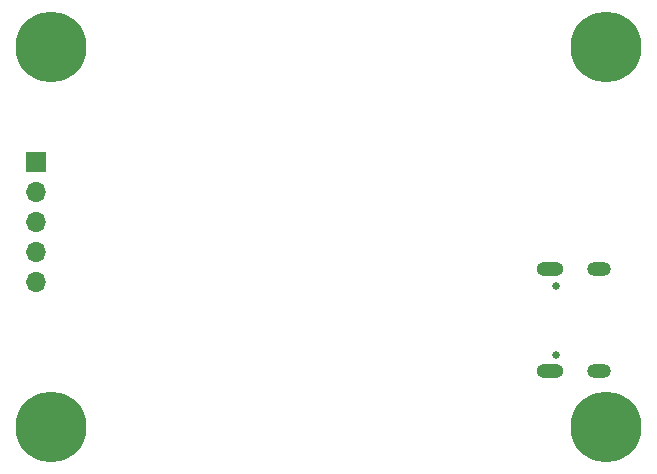
<source format=gbr>
G04 #@! TF.GenerationSoftware,KiCad,Pcbnew,8.0.8*
G04 #@! TF.CreationDate,2025-07-16T13:43:26+07:00*
G04 #@! TF.ProjectId,USBC_Prog_A7677S_V1.1,55534243-5f50-4726-9f67-5f4137363737,rev?*
G04 #@! TF.SameCoordinates,Original*
G04 #@! TF.FileFunction,Soldermask,Bot*
G04 #@! TF.FilePolarity,Negative*
%FSLAX46Y46*%
G04 Gerber Fmt 4.6, Leading zero omitted, Abs format (unit mm)*
G04 Created by KiCad (PCBNEW 8.0.8) date 2025-07-16 13:43:26*
%MOMM*%
%LPD*%
G01*
G04 APERTURE LIST*
%ADD10C,6.000000*%
%ADD11R,1.700000X1.700000*%
%ADD12O,1.700000X1.700000*%
%ADD13O,2.004000X1.204000*%
%ADD14O,2.304000X1.204000*%
%ADD15C,0.650000*%
G04 APERTURE END LIST*
D10*
G04 #@! TO.C,TP6*
X131500000Y-97400000D03*
G04 #@! TD*
G04 #@! TO.C,TP5*
X131500000Y-65200000D03*
G04 #@! TD*
G04 #@! TO.C,TP4*
X84500000Y-97400000D03*
G04 #@! TD*
G04 #@! TO.C,TP3*
X84500000Y-65200000D03*
G04 #@! TD*
D11*
G04 #@! TO.C,J3*
X83250000Y-74925000D03*
D12*
X83250000Y-77465000D03*
X83250000Y-80005000D03*
X83250000Y-82545000D03*
X83250000Y-85085000D03*
G04 #@! TD*
D13*
G04 #@! TO.C,J1*
X130900000Y-84030000D03*
X130900000Y-92670000D03*
D14*
X126720000Y-84030000D03*
X126720000Y-92670000D03*
D15*
X127220000Y-85460000D03*
X127220000Y-91240000D03*
G04 #@! TD*
M02*

</source>
